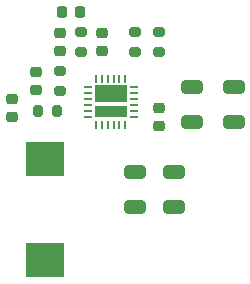
<source format=gbr>
%TF.GenerationSoftware,KiCad,Pcbnew,9.0.5*%
%TF.CreationDate,2025-10-20T16:26:16+05:30*%
%TF.ProjectId,adp2384,61647032-3338-4342-9e6b-696361645f70,A1*%
%TF.SameCoordinates,Original*%
%TF.FileFunction,Paste,Top*%
%TF.FilePolarity,Positive*%
%FSLAX46Y46*%
G04 Gerber Fmt 4.6, Leading zero omitted, Abs format (unit mm)*
G04 Created by KiCad (PCBNEW 9.0.5) date 2025-10-20 16:26:16*
%MOMM*%
%LPD*%
G01*
G04 APERTURE LIST*
G04 Aperture macros list*
%AMRoundRect*
0 Rectangle with rounded corners*
0 $1 Rounding radius*
0 $2 $3 $4 $5 $6 $7 $8 $9 X,Y pos of 4 corners*
0 Add a 4 corners polygon primitive as box body*
4,1,4,$2,$3,$4,$5,$6,$7,$8,$9,$2,$3,0*
0 Add four circle primitives for the rounded corners*
1,1,$1+$1,$2,$3*
1,1,$1+$1,$4,$5*
1,1,$1+$1,$6,$7*
1,1,$1+$1,$8,$9*
0 Add four rect primitives between the rounded corners*
20,1,$1+$1,$2,$3,$4,$5,0*
20,1,$1+$1,$4,$5,$6,$7,0*
20,1,$1+$1,$6,$7,$8,$9,0*
20,1,$1+$1,$8,$9,$2,$3,0*%
%AMFreePoly0*
4,1,5,1.350000,-0.538000,-1.350000,-0.538000,-1.350000,0.412000,1.350000,0.412000,1.350000,-0.538000,1.350000,-0.538000,$1*%
%AMFreePoly1*
4,1,5,1.350000,-0.762000,-1.350000,-0.762000,-1.350000,0.638000,1.350000,0.638000,1.350000,-0.762000,1.350000,-0.762000,$1*%
G04 Aperture macros list end*
%ADD10RoundRect,0.250000X-0.650000X0.325000X-0.650000X-0.325000X0.650000X-0.325000X0.650000X0.325000X0*%
%ADD11FreePoly0,0.000000*%
%ADD12FreePoly1,0.000000*%
%ADD13R,0.250000X0.799999*%
%ADD14R,0.799999X0.250000*%
%ADD15RoundRect,0.225000X-0.250000X0.225000X-0.250000X-0.225000X0.250000X-0.225000X0.250000X0.225000X0*%
%ADD16RoundRect,0.225000X0.250000X-0.225000X0.250000X0.225000X-0.250000X0.225000X-0.250000X-0.225000X0*%
%ADD17RoundRect,0.200000X0.200000X0.275000X-0.200000X0.275000X-0.200000X-0.275000X0.200000X-0.275000X0*%
%ADD18RoundRect,0.250000X0.650000X-0.325000X0.650000X0.325000X-0.650000X0.325000X-0.650000X-0.325000X0*%
%ADD19RoundRect,0.200000X0.275000X-0.200000X0.275000X0.200000X-0.275000X0.200000X-0.275000X-0.200000X0*%
%ADD20RoundRect,0.200000X-0.275000X0.200000X-0.275000X-0.200000X0.275000X-0.200000X0.275000X0.200000X0*%
%ADD21RoundRect,0.225000X-0.225000X-0.250000X0.225000X-0.250000X0.225000X0.250000X-0.225000X0.250000X0*%
%ADD22R,3.251200X2.921000*%
G04 APERTURE END LIST*
D10*
%TO.C,C10*%
X136652000Y-113035000D03*
X136652000Y-110085000D03*
%TD*%
D11*
%TO.C,U1*%
X134620000Y-104902000D03*
D12*
X134620000Y-103378000D03*
D13*
X133370000Y-102189999D03*
X133869999Y-102189999D03*
X134370000Y-102189999D03*
X134870000Y-102189999D03*
X135370001Y-102189999D03*
X135870000Y-102189999D03*
D14*
X136570001Y-102890000D03*
X136570001Y-103389999D03*
X136570001Y-103890000D03*
X136570001Y-104390000D03*
X136570001Y-104890001D03*
X136570001Y-105390000D03*
D13*
X135870000Y-106090001D03*
X135370001Y-106090001D03*
X134870000Y-106090001D03*
X134370000Y-106090001D03*
X133869999Y-106090001D03*
X133370000Y-106090001D03*
D14*
X132669999Y-105390000D03*
X132669999Y-104890001D03*
X132669999Y-104390000D03*
X132669999Y-103890000D03*
X132669999Y-103389999D03*
X132669999Y-102890000D03*
%TD*%
D15*
%TO.C,C7*%
X130302000Y-99835000D03*
X130302000Y-98285000D03*
%TD*%
D16*
%TO.C,C4*%
X138684000Y-104635000D03*
X138684000Y-106185000D03*
%TD*%
D15*
%TO.C,C3*%
X133858000Y-99835000D03*
X133858000Y-98285000D03*
%TD*%
D17*
%TO.C,R5*%
X128461000Y-104902000D03*
X130111000Y-104902000D03*
%TD*%
D18*
%TO.C,C1*%
X141478000Y-102919000D03*
X141478000Y-105869000D03*
%TD*%
D19*
%TO.C,R3*%
X138684000Y-98235000D03*
X138684000Y-99885000D03*
%TD*%
D20*
%TO.C,R4*%
X130302000Y-103187000D03*
X130302000Y-101537000D03*
%TD*%
D15*
%TO.C,C5*%
X126238000Y-105423000D03*
X126238000Y-103873000D03*
%TD*%
D19*
%TO.C,R2*%
X132080000Y-98235000D03*
X132080000Y-99885000D03*
%TD*%
%TO.C,R1*%
X136652000Y-98235000D03*
X136652000Y-99885000D03*
%TD*%
D18*
%TO.C,C2*%
X145034000Y-102919000D03*
X145034000Y-105869000D03*
%TD*%
D16*
%TO.C,C11*%
X128270000Y-101574000D03*
X128270000Y-103124000D03*
%TD*%
D21*
%TO.C,C6*%
X132067600Y-96520000D03*
X130517600Y-96520000D03*
%TD*%
D10*
%TO.C,C9*%
X140002000Y-113035000D03*
X140002000Y-110085000D03*
%TD*%
D22*
%TO.C,L1*%
X129032000Y-117525800D03*
X129032000Y-108966000D03*
%TD*%
M02*

</source>
